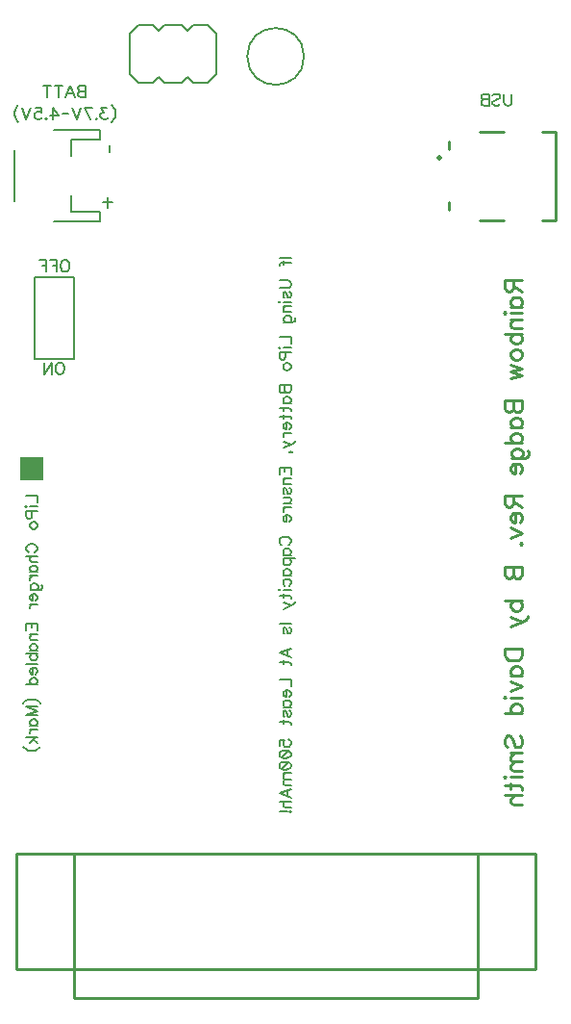
<source format=gbr>
G04 DipTrace 2.4.0.2*
%INBottomSilk.gbr*%
%MOIN*%
%ADD10C,0.0098*%
%ADD13C,0.0197*%
%ADD21C,0.0079*%
%ADD29C,0.005*%
%ADD60C,0.0062*%
%ADD61C,0.0093*%
%FSLAX44Y44*%
G04*
G70*
G90*
G75*
G01*
%LNBotSilk*%
%LPD*%
X19567Y31063D2*
D10*
Y27992D1*
Y31063D2*
X19075D1*
X17744D2*
X16901D1*
X15866Y30709D2*
Y30433D1*
Y28622D2*
Y28347D1*
X16901Y27992D2*
X17744D1*
X19075D2*
X19567D1*
D13*
X15531Y30158D3*
X787Y30414D2*
D29*
Y28642D1*
X2165Y27953D2*
X3740D1*
Y28287D1*
X2756D1*
Y28839D1*
Y30216D2*
Y30768D1*
X3740D1*
Y31102D1*
X2165D1*
X7499Y32760D2*
X7799Y33060D1*
Y34460D1*
X7499Y34760D1*
X6999D1*
X6799Y34560D1*
X6599Y34760D1*
X5999D1*
X5799Y34560D1*
X5599Y34760D1*
X5099D1*
X4799Y34460D1*
Y33060D1*
X5099Y32760D1*
X5599D1*
X5799Y32960D1*
X5999Y32760D1*
X6599D1*
X6799Y32960D1*
X6999Y32760D1*
X7499D1*
X2842Y6043D2*
D10*
X16843D1*
Y2043D1*
X2842D1*
Y6043D1*
X843D2*
X2842D1*
Y2043D1*
X843D1*
Y6043D1*
X16843D2*
X18843D1*
Y2043D1*
X16843D1*
Y6043D1*
X2842Y2043D2*
X16843D1*
Y1043D1*
X2842D1*
Y2043D1*
X2854Y23189D2*
D21*
X1476D1*
Y26024D1*
X2854D1*
Y23189D1*
X8858Y33661D2*
G02X8858Y33661I984J0D01*
G01*
G36*
X984Y19783D2*
X1772D1*
Y18996D1*
X984D1*
Y19783D1*
G37*
X18025Y32357D2*
D60*
Y32070D1*
X18006Y32013D1*
X17968Y31975D1*
X17910Y31956D1*
X17872D1*
X17815Y31975D1*
X17777Y32013D1*
X17757Y32070D1*
Y32357D1*
X17366Y32300D2*
X17404Y32338D1*
X17462Y32357D1*
X17538D1*
X17596Y32338D1*
X17634Y32300D1*
Y32262D1*
X17615Y32223D1*
X17596Y32204D1*
X17557Y32185D1*
X17443Y32147D1*
X17404Y32128D1*
X17385Y32109D1*
X17366Y32070D1*
Y32013D1*
X17404Y31975D1*
X17462Y31956D1*
X17538D1*
X17596Y31975D1*
X17634Y32013D1*
X17243Y32357D2*
Y31956D1*
X17070D1*
X17013Y31975D1*
X16994Y31994D1*
X16975Y32032D1*
Y32089D1*
X16994Y32128D1*
X17013Y32147D1*
X17070Y32166D1*
X17013Y32185D1*
X16994Y32204D1*
X16975Y32242D1*
Y32281D1*
X16994Y32319D1*
X17013Y32338D1*
X17070Y32357D1*
X17243D1*
Y32166D2*
X17070D1*
X3260Y32653D2*
Y32251D1*
X3088D1*
X3030Y32270D1*
X3011Y32289D1*
X2992Y32327D1*
Y32385D1*
X3011Y32423D1*
X3030Y32442D1*
X3088Y32461D1*
X3030Y32481D1*
X3011Y32500D1*
X2992Y32538D1*
Y32576D1*
X3011Y32614D1*
X3030Y32634D1*
X3088Y32653D1*
X3260D1*
Y32461D2*
X3088D1*
X2562Y32251D2*
X2716Y32653D1*
X2869Y32251D1*
X2811Y32385D2*
X2620D1*
X2305Y32653D2*
Y32251D1*
X2439Y32653D2*
X2171D1*
X1913D2*
Y32251D1*
X2047Y32653D2*
X1779D1*
X2576Y26609D2*
X2614Y26590D1*
X2652Y26552D1*
X2672Y26514D1*
X2691Y26456D1*
Y26360D1*
X2672Y26303D1*
X2652Y26265D1*
X2614Y26227D1*
X2576Y26207D1*
X2499D1*
X2461Y26227D1*
X2423Y26265D1*
X2404Y26303D1*
X2385Y26360D1*
Y26456D1*
X2404Y26514D1*
X2423Y26552D1*
X2461Y26590D1*
X2499Y26609D1*
X2576D1*
X2012D2*
X2261D1*
Y26207D1*
Y26418D2*
X2108D1*
X1640Y26609D2*
X1889D1*
Y26207D1*
Y26418D2*
X1736D1*
X2399Y23053D2*
X2438Y23034D1*
X2476Y22996D1*
X2495Y22958D1*
X2514Y22900D1*
Y22804D1*
X2495Y22747D1*
X2476Y22709D1*
X2438Y22671D1*
X2399Y22651D1*
X2323D1*
X2285Y22671D1*
X2246Y22709D1*
X2227Y22747D1*
X2208Y22804D1*
Y22900D1*
X2227Y22958D1*
X2246Y22996D1*
X2285Y23034D1*
X2323Y23053D1*
X2399D1*
X1817D2*
Y22651D1*
X2085Y23053D1*
Y22651D1*
X4011Y28431D2*
Y28775D1*
X3839Y28603D2*
X4183D1*
X4071Y30347D2*
Y30568D1*
X18075Y25916D2*
D61*
Y25658D1*
X18046Y25572D1*
X18017Y25543D1*
X17960Y25514D1*
X17903D1*
X17846Y25543D1*
X17816Y25572D1*
X17788Y25658D1*
Y25916D1*
X18391D1*
X18075Y25715D2*
X18391Y25514D1*
X17989Y24985D2*
X18391D1*
X18075D2*
X18017Y25042D1*
X17989Y25100D1*
Y25185D1*
X18017Y25243D1*
X18075Y25300D1*
X18161Y25329D1*
X18218D1*
X18305Y25300D1*
X18362Y25243D1*
X18391Y25185D1*
Y25100D1*
X18362Y25042D1*
X18305Y24985D1*
X17788Y24800D2*
X17816Y24771D1*
X17788Y24742D1*
X17759Y24771D1*
X17788Y24800D1*
X17989Y24771D2*
X18391D1*
X17989Y24557D2*
X18391D1*
X18104D2*
X18017Y24470D1*
X17989Y24413D1*
Y24327D1*
X18017Y24269D1*
X18104Y24241D1*
X18391D1*
X17788Y24056D2*
X18391D1*
X18075D2*
X18017Y23998D1*
X17989Y23941D1*
Y23855D1*
X18017Y23798D1*
X18075Y23740D1*
X18161Y23711D1*
X18218D1*
X18305Y23740D1*
X18362Y23798D1*
X18391Y23855D1*
Y23941D1*
X18362Y23998D1*
X18305Y24056D1*
X17989Y23383D2*
X18017Y23440D1*
X18075Y23498D1*
X18161Y23526D1*
X18218D1*
X18305Y23498D1*
X18362Y23440D1*
X18391Y23383D1*
Y23297D1*
X18362Y23239D1*
X18305Y23182D1*
X18218Y23153D1*
X18161D1*
X18075Y23182D1*
X18017Y23239D1*
X17989Y23297D1*
Y23383D1*
Y22967D2*
X18391Y22853D1*
X17989Y22738D1*
X18391Y22623D1*
X17989Y22508D1*
X17788Y21740D2*
X18391D1*
Y21481D1*
X18362Y21395D1*
X18333Y21367D1*
X18276Y21338D1*
X18190D1*
X18132Y21367D1*
X18104Y21395D1*
X18075Y21481D1*
X18046Y21395D1*
X18017Y21367D1*
X17960Y21338D1*
X17903D1*
X17846Y21367D1*
X17816Y21395D1*
X17788Y21481D1*
Y21740D1*
X18075D2*
Y21481D1*
X17989Y20809D2*
X18391D1*
X18075D2*
X18017Y20866D1*
X17989Y20923D1*
Y21009D1*
X18017Y21067D1*
X18075Y21124D1*
X18161Y21153D1*
X18218D1*
X18305Y21124D1*
X18362Y21067D1*
X18391Y21009D1*
Y20923D1*
X18362Y20866D1*
X18305Y20809D1*
X17788Y20279D2*
X18391D1*
X18075D2*
X18017Y20336D1*
X17989Y20394D1*
Y20480D1*
X18017Y20537D1*
X18075Y20595D1*
X18161Y20623D1*
X18218D1*
X18305Y20595D1*
X18362Y20537D1*
X18391Y20480D1*
Y20394D1*
X18362Y20336D1*
X18305Y20279D1*
X18017Y19750D2*
X18477D1*
X18563Y19778D1*
X18592Y19807D1*
X18620Y19864D1*
Y19951D1*
X18592Y20008D1*
X18104Y19750D2*
X18047Y19807D1*
X18017Y19864D1*
Y19951D1*
X18047Y20008D1*
X18104Y20065D1*
X18190Y20094D1*
X18248D1*
X18333Y20065D1*
X18391Y20008D1*
X18419Y19951D1*
Y19864D1*
X18391Y19807D1*
X18333Y19750D1*
X18161Y19564D2*
Y19220D1*
X18104D1*
X18046Y19249D1*
X18017Y19277D1*
X17989Y19335D1*
Y19421D1*
X18017Y19478D1*
X18075Y19536D1*
X18161Y19564D1*
X18218D1*
X18305Y19536D1*
X18362Y19478D1*
X18391Y19421D1*
Y19335D1*
X18362Y19277D1*
X18305Y19220D1*
X18075Y18452D2*
Y18194D1*
X18046Y18107D1*
X18017Y18078D1*
X17960Y18050D1*
X17903D1*
X17846Y18078D1*
X17816Y18107D1*
X17788Y18194D1*
Y18452D1*
X18391D1*
X18075Y18251D2*
X18391Y18050D1*
X18161Y17864D2*
Y17520D1*
X18104D1*
X18046Y17549D1*
X18017Y17577D1*
X17989Y17635D1*
Y17721D1*
X18017Y17778D1*
X18075Y17836D1*
X18161Y17864D1*
X18218D1*
X18305Y17836D1*
X18362Y17778D1*
X18391Y17721D1*
Y17635D1*
X18362Y17577D1*
X18305Y17520D1*
X17989Y17335D2*
X18391Y17162D1*
X17989Y16991D1*
X18333Y16777D2*
X18362Y16805D1*
X18391Y16777D1*
X18362Y16748D1*
X18333Y16777D1*
X17788Y15979D2*
X18391D1*
Y15721D1*
X18362Y15634D1*
X18333Y15606D1*
X18276Y15577D1*
X18190D1*
X18132Y15606D1*
X18104Y15634D1*
X18075Y15721D1*
X18046Y15634D1*
X18017Y15606D1*
X17960Y15577D1*
X17903D1*
X17846Y15606D1*
X17816Y15634D1*
X17788Y15721D1*
Y15979D1*
X18075D2*
Y15721D1*
X17788Y14809D2*
X18391D1*
X18075D2*
X18017Y14751D1*
X17989Y14694D1*
Y14608D1*
X18017Y14551D1*
X18075Y14493D1*
X18161Y14465D1*
X18218D1*
X18305Y14493D1*
X18362Y14551D1*
X18391Y14608D1*
Y14694D1*
X18362Y14751D1*
X18305Y14809D1*
X17989Y14250D2*
X18391Y14078D1*
X18506Y14135D1*
X18563Y14193D1*
X18592Y14250D1*
Y14279D1*
X17989Y13906D2*
X18391Y14078D1*
X17788Y13137D2*
X18391D1*
Y12937D1*
X18362Y12850D1*
X18305Y12793D1*
X18247Y12764D1*
X18161Y12736D1*
X18017D1*
X17931Y12764D1*
X17874Y12793D1*
X17816Y12850D1*
X17788Y12937D1*
Y13137D1*
X17989Y12206D2*
X18391D1*
X18075D2*
X18017Y12263D1*
X17989Y12321D1*
Y12406D1*
X18017Y12464D1*
X18075Y12521D1*
X18161Y12550D1*
X18218D1*
X18305Y12521D1*
X18362Y12464D1*
X18391Y12406D1*
Y12321D1*
X18362Y12263D1*
X18305Y12206D1*
X17989Y12021D2*
X18391Y11848D1*
X17989Y11677D1*
X17788Y11491D2*
X17816Y11463D1*
X17788Y11434D1*
X17759Y11463D1*
X17788Y11491D1*
X17989Y11463D2*
X18391D1*
X17788Y10904D2*
X18391D1*
X18075D2*
X18017Y10961D1*
X17989Y11019D1*
Y11105D1*
X18017Y11162D1*
X18075Y11220D1*
X18161Y11248D1*
X18218D1*
X18305Y11220D1*
X18362Y11162D1*
X18391Y11105D1*
Y11019D1*
X18362Y10961D1*
X18305Y10904D1*
X17874Y9734D2*
X17816Y9791D1*
X17788Y9877D1*
Y9992D1*
X17816Y10078D1*
X17874Y10136D1*
X17931D1*
X17989Y10106D1*
X18017Y10078D1*
X18046Y10021D1*
X18104Y9848D1*
X18132Y9791D1*
X18161Y9762D1*
X18218Y9734D1*
X18305D1*
X18362Y9791D1*
X18391Y9877D1*
Y9992D1*
X18362Y10078D1*
X18305Y10136D1*
X17989Y9548D2*
X18391D1*
X18104D2*
X18017Y9462D1*
X17989Y9405D1*
Y9319D1*
X18017Y9261D1*
X18104Y9233D1*
X18391D1*
X18104D2*
X18017Y9147D1*
X17989Y9089D1*
Y9003D1*
X18017Y8946D1*
X18104Y8916D1*
X18391D1*
X17788Y8731D2*
X17816Y8703D1*
X17788Y8673D1*
X17759Y8703D1*
X17788Y8731D1*
X17989Y8703D2*
X18391D1*
X17788Y8402D2*
X18276D1*
X18362Y8373D1*
X18391Y8316D1*
Y8259D1*
X17989Y8488D2*
Y8287D1*
X17788Y8073D2*
X18391D1*
X18104D2*
X18017Y7987D1*
X17989Y7929D1*
Y7843D1*
X18017Y7786D1*
X18104Y7758D1*
X18391D1*
X1185Y18441D2*
D60*
X1587D1*
Y18212D1*
X1185Y18088D2*
X1204Y18069D1*
X1185Y18050D1*
X1165Y18069D1*
X1185Y18088D1*
X1319Y18069D2*
X1587D1*
X1395Y17926D2*
Y17754D1*
X1376Y17697D1*
X1357Y17677D1*
X1319Y17658D1*
X1261D1*
X1223Y17677D1*
X1204Y17697D1*
X1185Y17754D1*
Y17926D1*
X1587D1*
X1319Y17439D2*
X1338Y17477D1*
X1376Y17516D1*
X1434Y17535D1*
X1472D1*
X1529Y17516D1*
X1567Y17477D1*
X1587Y17439D1*
Y17382D1*
X1567Y17343D1*
X1529Y17305D1*
X1472Y17286D1*
X1434D1*
X1376Y17305D1*
X1338Y17343D1*
X1319Y17382D1*
Y17439D1*
X1280Y16487D2*
X1242Y16506D1*
X1204Y16544D1*
X1185Y16582D1*
Y16659D1*
X1204Y16697D1*
X1242Y16735D1*
X1280Y16755D1*
X1338Y16774D1*
X1434D1*
X1491Y16755D1*
X1529Y16735D1*
X1567Y16697D1*
X1587Y16659D1*
Y16582D1*
X1567Y16544D1*
X1529Y16506D1*
X1491Y16487D1*
X1185Y16363D2*
X1587D1*
X1395D2*
X1338Y16306D1*
X1319Y16267D1*
Y16210D1*
X1338Y16172D1*
X1395Y16153D1*
X1587D1*
X1319Y15800D2*
X1587D1*
X1376D2*
X1338Y15838D1*
X1319Y15876D1*
Y15933D1*
X1338Y15972D1*
X1376Y16010D1*
X1434Y16029D1*
X1472D1*
X1529Y16010D1*
X1567Y15972D1*
X1587Y15933D1*
Y15876D1*
X1567Y15838D1*
X1529Y15800D1*
X1319Y15676D2*
X1587D1*
X1434D2*
X1376Y15657D1*
X1338Y15619D1*
X1319Y15580D1*
Y15523D1*
X1338Y15170D2*
X1644D1*
X1701Y15189D1*
X1721Y15208D1*
X1740Y15246D1*
Y15304D1*
X1721Y15342D1*
X1395Y15170D2*
X1357Y15208D1*
X1338Y15246D1*
Y15304D1*
X1357Y15342D1*
X1395Y15380D1*
X1453Y15399D1*
X1491D1*
X1548Y15380D1*
X1587Y15342D1*
X1606Y15304D1*
Y15246D1*
X1587Y15208D1*
X1548Y15170D1*
X1434Y15046D2*
Y14817D1*
X1395D1*
X1357Y14836D1*
X1338Y14855D1*
X1319Y14893D1*
Y14951D1*
X1338Y14989D1*
X1376Y15027D1*
X1434Y15046D1*
X1472D1*
X1529Y15027D1*
X1567Y14989D1*
X1587Y14951D1*
Y14893D1*
X1567Y14855D1*
X1529Y14817D1*
X1319Y14693D2*
X1587D1*
X1434D2*
X1376Y14674D1*
X1338Y14636D1*
X1319Y14597D1*
Y14540D1*
X1185Y13779D2*
Y14027D1*
X1587D1*
Y13779D1*
X1376Y14027D2*
Y13874D1*
X1319Y13655D2*
X1587D1*
X1395D2*
X1338Y13598D1*
X1319Y13560D1*
Y13502D1*
X1338Y13464D1*
X1395Y13445D1*
X1587D1*
X1319Y13092D2*
X1587D1*
X1376D2*
X1338Y13130D1*
X1319Y13168D1*
Y13226D1*
X1338Y13264D1*
X1376Y13302D1*
X1434Y13321D1*
X1472D1*
X1529Y13302D1*
X1567Y13264D1*
X1587Y13226D1*
Y13168D1*
X1567Y13130D1*
X1529Y13092D1*
X1185Y12968D2*
X1587D1*
X1376D2*
X1338Y12930D1*
X1319Y12892D1*
Y12835D1*
X1338Y12796D1*
X1376Y12758D1*
X1434Y12739D1*
X1472D1*
X1529Y12758D1*
X1567Y12796D1*
X1587Y12835D1*
Y12892D1*
X1567Y12930D1*
X1529Y12968D1*
X1185Y12615D2*
X1587D1*
X1434Y12492D2*
Y12262D1*
X1395D1*
X1357Y12282D1*
X1338Y12301D1*
X1319Y12339D1*
Y12396D1*
X1338Y12434D1*
X1376Y12473D1*
X1434Y12492D1*
X1472D1*
X1529Y12473D1*
X1567Y12434D1*
X1587Y12396D1*
Y12339D1*
X1567Y12301D1*
X1529Y12262D1*
X1185Y11910D2*
X1587D1*
X1376D2*
X1338Y11948D1*
X1319Y11986D1*
Y12043D1*
X1338Y12082D1*
X1376Y12120D1*
X1434Y12139D1*
X1472D1*
X1529Y12120D1*
X1567Y12082D1*
X1587Y12043D1*
Y11986D1*
X1567Y11948D1*
X1529Y11910D1*
X1080Y11263D2*
X1118Y11302D1*
X1175Y11340D1*
X1252Y11378D1*
X1348Y11397D1*
X1424D1*
X1520Y11378D1*
X1596Y11340D1*
X1654Y11302D1*
X1692Y11263D1*
X1587Y10834D2*
X1185D1*
X1587Y10987D1*
X1185Y11140D1*
X1587D1*
X1319Y10481D2*
X1587D1*
X1376D2*
X1338Y10519D1*
X1319Y10557D1*
Y10614D1*
X1338Y10653D1*
X1376Y10691D1*
X1434Y10710D1*
X1472D1*
X1529Y10691D1*
X1567Y10653D1*
X1587Y10614D1*
Y10557D1*
X1567Y10519D1*
X1529Y10481D1*
X1319Y10357D2*
X1587D1*
X1434D2*
X1376Y10338D1*
X1338Y10300D1*
X1319Y10261D1*
Y10204D1*
X1185Y10080D2*
X1587D1*
X1319Y9889D2*
X1510Y10080D1*
X1434Y10004D2*
X1587Y9870D1*
X1080Y9746D2*
X1118Y9708D1*
X1175Y9670D1*
X1252Y9631D1*
X1348Y9612D1*
X1424D1*
X1520Y9631D1*
X1596Y9670D1*
X1654Y9708D1*
X1692Y9746D1*
X4157Y31988D2*
X4196Y31950D1*
X4234Y31893D1*
X4272Y31816D1*
X4291Y31720D1*
Y31644D1*
X4272Y31548D1*
X4234Y31472D1*
X4196Y31414D1*
X4157Y31376D1*
X3995Y31883D2*
X3785D1*
X3900Y31730D1*
X3842D1*
X3804Y31711D1*
X3785Y31692D1*
X3766Y31634D1*
Y31596D1*
X3785Y31539D1*
X3823Y31500D1*
X3881Y31481D1*
X3938D1*
X3995Y31500D1*
X4014Y31520D1*
X4034Y31558D1*
X3623Y31520D2*
X3642Y31500D1*
X3623Y31481D1*
X3604Y31500D1*
X3623Y31520D1*
X3404Y31481D2*
X3212Y31883D1*
X3480D1*
X3089D2*
X2936Y31481D1*
X2783Y31883D1*
X2659Y31682D2*
X2438D1*
X2123Y31481D2*
Y31883D1*
X2315Y31615D1*
X2028D1*
X1885Y31520D2*
X1904Y31500D1*
X1885Y31481D1*
X1866Y31500D1*
X1885Y31520D1*
X1513Y31883D2*
X1704D1*
X1723Y31711D1*
X1704Y31730D1*
X1646Y31749D1*
X1589D1*
X1532Y31730D1*
X1493Y31692D1*
X1474Y31634D1*
Y31596D1*
X1493Y31539D1*
X1532Y31500D1*
X1589Y31481D1*
X1646D1*
X1704Y31500D1*
X1723Y31520D1*
X1742Y31558D1*
X1351Y31883D2*
X1198Y31481D1*
X1045Y31883D1*
X921Y31988D2*
X883Y31950D1*
X845Y31893D1*
X806Y31816D1*
X787Y31720D1*
Y31644D1*
X806Y31548D1*
X845Y31472D1*
X883Y31414D1*
X921Y31376D1*
X9969Y26695D2*
X10371D1*
X9969Y26419D2*
Y26457D1*
X9988Y26495D1*
X10046Y26514D1*
X10371D1*
X10103Y26572D2*
Y26438D1*
X9969Y25906D2*
X10256D1*
X10314Y25887D1*
X10352Y25849D1*
X10371Y25791D1*
Y25753D1*
X10352Y25696D1*
X10314Y25657D1*
X10256Y25638D1*
X9969D1*
X10161Y25304D2*
X10122Y25323D1*
X10103Y25381D1*
Y25438D1*
X10122Y25496D1*
X10161Y25515D1*
X10199Y25496D1*
X10218Y25457D1*
X10237Y25362D1*
X10256Y25323D1*
X10295Y25304D1*
X10314D1*
X10352Y25323D1*
X10371Y25381D1*
Y25438D1*
X10352Y25496D1*
X10314Y25515D1*
X9969Y25181D2*
X9988Y25162D1*
X9969Y25142D1*
X9950Y25162D1*
X9969Y25181D1*
X10103Y25162D2*
X10371D1*
X10103Y25019D2*
X10371D1*
X10180D2*
X10122Y24961D1*
X10103Y24923D1*
Y24866D1*
X10122Y24827D1*
X10180Y24808D1*
X10371D1*
X10122Y24455D2*
X10429D1*
X10486Y24474D1*
X10505Y24494D1*
X10524Y24532D1*
Y24589D1*
X10505Y24627D1*
X10180Y24455D2*
X10142Y24494D1*
X10122Y24532D1*
Y24589D1*
X10142Y24627D1*
X10180Y24666D1*
X10237Y24685D1*
X10276D1*
X10333Y24666D1*
X10371Y24627D1*
X10390Y24589D1*
Y24532D1*
X10371Y24494D1*
X10333Y24455D1*
X9969Y23943D2*
X10371D1*
Y23714D1*
X9969Y23590D2*
X9988Y23571D1*
X9969Y23552D1*
X9950Y23571D1*
X9969Y23590D1*
X10103Y23571D2*
X10371D1*
X10180Y23428D2*
Y23256D1*
X10161Y23199D1*
X10141Y23179D1*
X10103Y23160D1*
X10046D1*
X10008Y23179D1*
X9988Y23199D1*
X9969Y23256D1*
Y23428D1*
X10371D1*
X10103Y22941D2*
X10122Y22979D1*
X10161Y23018D1*
X10218Y23037D1*
X10256D1*
X10314Y23018D1*
X10352Y22979D1*
X10371Y22941D1*
Y22884D1*
X10352Y22845D1*
X10314Y22807D1*
X10256Y22788D1*
X10218D1*
X10161Y22807D1*
X10122Y22845D1*
X10103Y22884D1*
Y22941D1*
X9969Y22275D2*
X10371D1*
Y22103D1*
X10352Y22046D1*
X10333Y22027D1*
X10295Y22008D1*
X10237D1*
X10199Y22027D1*
X10180Y22046D1*
X10161Y22103D1*
X10141Y22046D1*
X10122Y22027D1*
X10084Y22008D1*
X10046D1*
X10008Y22027D1*
X9988Y22046D1*
X9969Y22103D1*
Y22275D1*
X10161D2*
Y22103D1*
X10103Y21655D2*
X10371D1*
X10161D2*
X10122Y21693D1*
X10103Y21731D1*
Y21788D1*
X10122Y21827D1*
X10161Y21865D1*
X10218Y21884D1*
X10256D1*
X10314Y21865D1*
X10352Y21827D1*
X10371Y21788D1*
Y21731D1*
X10352Y21693D1*
X10314Y21655D1*
X9969Y21474D2*
X10295D1*
X10352Y21455D1*
X10371Y21416D1*
Y21378D1*
X10103Y21531D2*
Y21397D1*
X9969Y21197D2*
X10295D1*
X10352Y21178D1*
X10371Y21140D1*
Y21102D1*
X10103Y21255D2*
Y21121D1*
X10218Y20978D2*
Y20749D1*
X10180D1*
X10141Y20768D1*
X10122Y20787D1*
X10103Y20825D1*
Y20883D1*
X10122Y20921D1*
X10161Y20959D1*
X10218Y20978D1*
X10256D1*
X10314Y20959D1*
X10352Y20921D1*
X10371Y20883D1*
Y20825D1*
X10352Y20787D1*
X10314Y20749D1*
X10103Y20625D2*
X10371D1*
X10218D2*
X10161Y20606D1*
X10122Y20568D1*
X10103Y20529D1*
Y20472D1*
Y20329D2*
X10371Y20214D1*
X10448Y20252D1*
X10486Y20291D1*
X10505Y20329D1*
Y20348D1*
X10103Y20099D2*
X10371Y20214D1*
X10352Y19937D2*
X10371Y19957D1*
X10352Y19976D1*
X10333Y19957D1*
X10352Y19937D1*
X10390D1*
X10429Y19957D1*
X10448Y19976D1*
X9969Y19176D2*
Y19425D1*
X10371D1*
Y19176D1*
X10161Y19425D2*
Y19272D1*
X10103Y19053D2*
X10371D1*
X10180D2*
X10122Y18995D1*
X10103Y18957D1*
Y18900D1*
X10122Y18861D1*
X10180Y18842D1*
X10371D1*
X10161Y18508D2*
X10122Y18527D1*
X10103Y18585D1*
Y18642D1*
X10122Y18700D1*
X10161Y18719D1*
X10199Y18700D1*
X10218Y18661D1*
X10237Y18566D1*
X10256Y18527D1*
X10295Y18508D1*
X10314D1*
X10352Y18527D1*
X10371Y18585D1*
Y18642D1*
X10352Y18700D1*
X10314Y18719D1*
X10103Y18385D2*
X10295D1*
X10352Y18366D1*
X10371Y18327D1*
Y18270D1*
X10352Y18232D1*
X10295Y18174D1*
X10103D2*
X10371D1*
X10103Y18051D2*
X10371D1*
X10218D2*
X10161Y18031D1*
X10122Y17993D1*
X10103Y17955D1*
Y17897D1*
X10218Y17774D2*
Y17544D1*
X10180D1*
X10141Y17563D1*
X10122Y17583D1*
X10103Y17621D1*
Y17678D1*
X10122Y17716D1*
X10161Y17755D1*
X10218Y17774D1*
X10256D1*
X10314Y17755D1*
X10352Y17716D1*
X10371Y17678D1*
Y17621D1*
X10352Y17583D1*
X10314Y17544D1*
X10065Y16745D2*
X10027Y16764D1*
X9988Y16803D1*
X9969Y16841D1*
Y16917D1*
X9988Y16956D1*
X10027Y16994D1*
X10065Y17013D1*
X10122Y17032D1*
X10218D1*
X10275Y17013D1*
X10314Y16994D1*
X10352Y16956D1*
X10371Y16917D1*
Y16841D1*
X10352Y16803D1*
X10314Y16764D1*
X10275Y16745D1*
X10103Y16392D2*
X10371D1*
X10161D2*
X10122Y16430D1*
X10103Y16469D1*
Y16526D1*
X10122Y16564D1*
X10161Y16602D1*
X10218Y16622D1*
X10256D1*
X10314Y16602D1*
X10352Y16564D1*
X10371Y16526D1*
Y16469D1*
X10352Y16430D1*
X10314Y16392D1*
X10103Y16269D2*
X10505D1*
X10161D2*
X10123Y16230D1*
X10103Y16192D1*
Y16135D1*
X10123Y16096D1*
X10161Y16058D1*
X10218Y16039D1*
X10257D1*
X10314Y16058D1*
X10352Y16096D1*
X10371Y16135D1*
Y16192D1*
X10352Y16230D1*
X10314Y16269D1*
X10103Y15686D2*
X10371D1*
X10161D2*
X10122Y15724D1*
X10103Y15762D1*
Y15819D1*
X10122Y15858D1*
X10161Y15896D1*
X10218Y15915D1*
X10256D1*
X10314Y15896D1*
X10352Y15858D1*
X10371Y15819D1*
Y15762D1*
X10352Y15724D1*
X10314Y15686D1*
X10161Y15332D2*
X10122Y15371D1*
X10103Y15409D1*
Y15466D1*
X10122Y15505D1*
X10161Y15543D1*
X10218Y15562D1*
X10256D1*
X10314Y15543D1*
X10352Y15505D1*
X10371Y15466D1*
Y15409D1*
X10352Y15371D1*
X10314Y15332D1*
X9969Y15209D2*
X9988Y15190D1*
X9969Y15170D1*
X9950Y15190D1*
X9969Y15209D1*
X10103Y15190D2*
X10371D1*
X9969Y14989D2*
X10295D1*
X10352Y14970D1*
X10371Y14932D1*
Y14894D1*
X10103Y15047D2*
Y14913D1*
Y14751D2*
X10371Y14636D1*
X10448Y14674D1*
X10486Y14713D1*
X10505Y14751D1*
Y14770D1*
X10103Y14521D2*
X10371Y14636D1*
X9969Y14009D2*
X10371D1*
X10161Y13675D2*
X10122Y13694D1*
X10103Y13752D1*
Y13809D1*
X10122Y13867D1*
X10161Y13886D1*
X10199Y13867D1*
X10218Y13828D1*
X10237Y13733D1*
X10256Y13694D1*
X10295Y13675D1*
X10314D1*
X10352Y13694D1*
X10371Y13752D1*
Y13809D1*
X10352Y13867D1*
X10314Y13886D1*
X10371Y12856D2*
X9969Y13010D1*
X10371Y13163D1*
X10237Y13105D2*
Y12914D1*
X9969Y12675D2*
X10295D1*
X10352Y12656D1*
X10371Y12618D1*
Y12580D1*
X10103Y12733D2*
Y12599D1*
X9969Y12068D2*
X10371D1*
Y11838D1*
X10218Y11715D2*
Y11485D1*
X10180D1*
X10141Y11504D1*
X10122Y11523D1*
X10103Y11562D1*
Y11619D1*
X10122Y11657D1*
X10161Y11696D1*
X10218Y11715D1*
X10256D1*
X10314Y11696D1*
X10352Y11657D1*
X10371Y11619D1*
Y11562D1*
X10352Y11523D1*
X10314Y11485D1*
X10103Y11132D2*
X10371D1*
X10161D2*
X10122Y11170D1*
X10103Y11209D1*
Y11266D1*
X10122Y11304D1*
X10161Y11342D1*
X10218Y11362D1*
X10256D1*
X10314Y11342D1*
X10352Y11304D1*
X10371Y11266D1*
Y11209D1*
X10352Y11170D1*
X10314Y11132D1*
X10161Y10798D2*
X10122Y10817D1*
X10103Y10875D1*
Y10932D1*
X10122Y10990D1*
X10161Y11009D1*
X10199Y10990D1*
X10218Y10951D1*
X10237Y10856D1*
X10256Y10817D1*
X10295Y10798D1*
X10314D1*
X10352Y10817D1*
X10371Y10875D1*
Y10932D1*
X10352Y10990D1*
X10314Y11009D1*
X9969Y10617D2*
X10295D1*
X10352Y10598D1*
X10371Y10560D1*
Y10522D1*
X10103Y10675D2*
Y10541D1*
X9970Y9780D2*
Y9971D1*
X10142Y9990D1*
X10123Y9971D1*
X10103Y9913D1*
Y9856D1*
X10123Y9799D1*
X10161Y9760D1*
X10218Y9741D1*
X10256D1*
X10314Y9760D1*
X10352Y9799D1*
X10371Y9856D1*
Y9913D1*
X10352Y9971D1*
X10333Y9990D1*
X10295Y10009D1*
X9970Y9503D2*
X9989Y9560D1*
X10046Y9599D1*
X10142Y9618D1*
X10199D1*
X10295Y9599D1*
X10352Y9560D1*
X10371Y9503D1*
Y9465D1*
X10352Y9407D1*
X10295Y9369D1*
X10199Y9350D1*
X10142D1*
X10046Y9369D1*
X9989Y9407D1*
X9970Y9465D1*
Y9503D1*
X10046Y9369D2*
X10295Y9599D1*
X9970Y9111D2*
X9989Y9169D1*
X10046Y9207D1*
X10142Y9226D1*
X10199D1*
X10295Y9207D1*
X10352Y9169D1*
X10371Y9111D1*
Y9073D1*
X10352Y9016D1*
X10295Y8978D1*
X10199Y8958D1*
X10142D1*
X10046Y8978D1*
X9989Y9016D1*
X9970Y9073D1*
Y9111D1*
X10046Y8978D2*
X10295Y9207D1*
X10103Y8835D2*
X10371D1*
X10180D2*
X10122Y8777D1*
X10103Y8739D1*
Y8682D1*
X10122Y8643D1*
X10180Y8624D1*
X10371D1*
X10180D2*
X10122Y8567D1*
X10103Y8528D1*
Y8471D1*
X10122Y8433D1*
X10180Y8414D1*
X10371D1*
Y7984D2*
X9969Y8137D1*
X10371Y8290D1*
X10237Y8233D2*
Y8041D1*
X9969Y7860D2*
X10371D1*
X10180D2*
X10122Y7803D1*
X10103Y7764D1*
Y7707D1*
X10122Y7669D1*
X10180Y7650D1*
X10371D1*
X9970Y7507D2*
X10237D1*
X10333D2*
X10352Y7526D1*
X10371Y7507D1*
X10352Y7488D1*
X10333Y7507D1*
M02*

</source>
